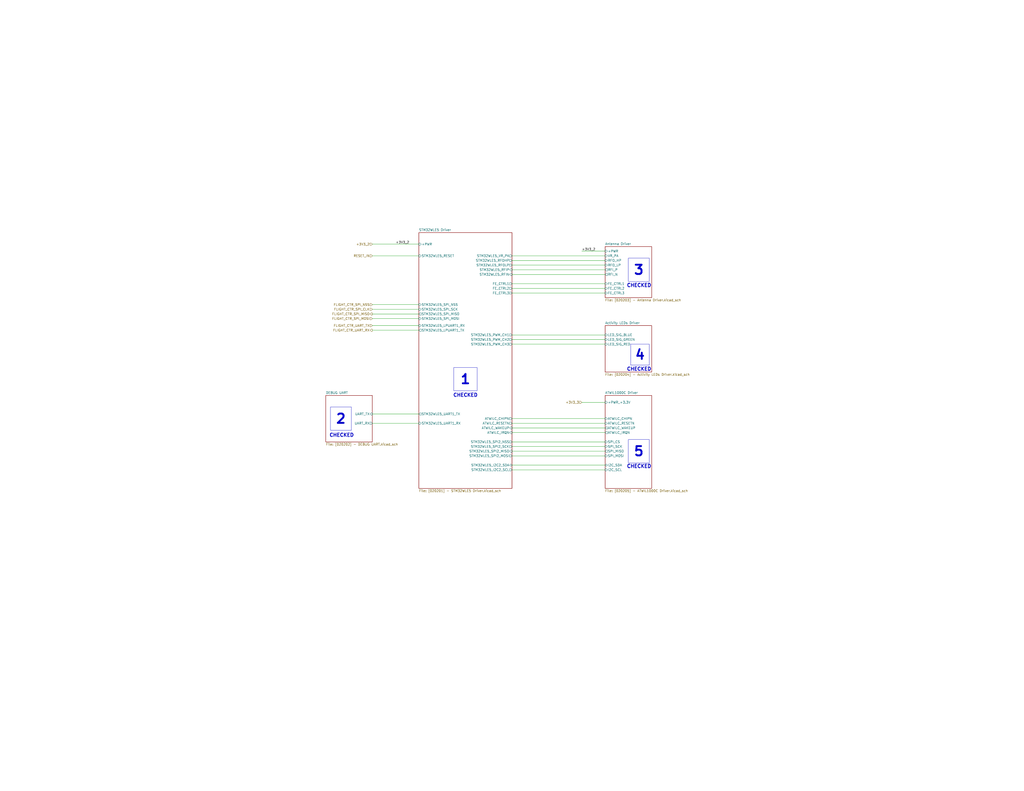
<source format=kicad_sch>
(kicad_sch
	(version 20231120)
	(generator "eeschema")
	(generator_version "8.0")
	(uuid "3cf1c0e5-d779-4fe9-9d0c-a80210814242")
	(paper "C")
	(title_block
		(title "_HW_Quadcopter")
		(date "2024-03-27")
		(rev "01")
		(company "Mend0z0")
		(comment 1 "01")
		(comment 2 "RELEASED")
		(comment 3 "Siavash Taher Parvar")
		(comment 8 "N/A")
		(comment 9 "First Version")
	)
	(lib_symbols)
	(wire
		(pts
			(xy 279.4 144.78) (xy 330.2 144.78)
		)
		(stroke
			(width 0)
			(type default)
		)
		(uuid "0437e5b5-065c-461d-95e0-def72dd6f2e0")
	)
	(wire
		(pts
			(xy 279.4 185.42) (xy 330.2 185.42)
		)
		(stroke
			(width 0)
			(type default)
		)
		(uuid "05b281cf-c0bf-4b77-b4a0-484cec33f2f0")
	)
	(wire
		(pts
			(xy 279.4 228.6) (xy 330.2 228.6)
		)
		(stroke
			(width 0)
			(type default)
		)
		(uuid "0f36309d-aa53-4611-a324-716bcb0703f0")
	)
	(wire
		(pts
			(xy 203.2 168.91) (xy 228.6 168.91)
		)
		(stroke
			(width 0)
			(type default)
		)
		(uuid "215dc510-0bd3-419b-8ad5-1d79b949cb60")
	)
	(wire
		(pts
			(xy 279.4 139.7) (xy 330.2 139.7)
		)
		(stroke
			(width 0)
			(type default)
		)
		(uuid "323ae656-3def-42c3-a3da-c9522125cf1c")
	)
	(wire
		(pts
			(xy 203.2 226.06) (xy 228.6 226.06)
		)
		(stroke
			(width 0)
			(type default)
		)
		(uuid "36efe615-8327-4b09-9c32-3edab583e3c8")
	)
	(wire
		(pts
			(xy 279.4 246.38) (xy 330.2 246.38)
		)
		(stroke
			(width 0)
			(type default)
		)
		(uuid "38f8605c-4870-496b-8124-10906b6a0ae3")
	)
	(wire
		(pts
			(xy 317.5 219.71) (xy 330.2 219.71)
		)
		(stroke
			(width 0)
			(type default)
		)
		(uuid "42cd84cc-9039-41da-9157-ce66d56a7ec9")
	)
	(wire
		(pts
			(xy 279.4 187.96) (xy 330.2 187.96)
		)
		(stroke
			(width 0)
			(type default)
		)
		(uuid "431ba283-1837-4963-a4b9-fae4b7f6f4a4")
	)
	(wire
		(pts
			(xy 279.4 147.32) (xy 330.2 147.32)
		)
		(stroke
			(width 0)
			(type default)
		)
		(uuid "491726a1-6d9c-41d8-a7f0-d6116966eaad")
	)
	(wire
		(pts
			(xy 203.2 231.14) (xy 228.6 231.14)
		)
		(stroke
			(width 0)
			(type default)
		)
		(uuid "63fc6385-974c-4161-be40-5acbab475882")
	)
	(wire
		(pts
			(xy 203.2 173.99) (xy 228.6 173.99)
		)
		(stroke
			(width 0)
			(type default)
		)
		(uuid "6d9954bc-5e3b-4783-a8cb-9bd7ecbda58b")
	)
	(wire
		(pts
			(xy 279.4 248.92) (xy 330.2 248.92)
		)
		(stroke
			(width 0)
			(type default)
		)
		(uuid "71e19aaf-08bc-4db5-91d2-5c7ae9ee5799")
	)
	(wire
		(pts
			(xy 317.5 137.16) (xy 330.2 137.16)
		)
		(stroke
			(width 0)
			(type default)
		)
		(uuid "7244c519-6d36-4a03-a5e5-48a55fb14612")
	)
	(wire
		(pts
			(xy 279.4 157.48) (xy 330.2 157.48)
		)
		(stroke
			(width 0)
			(type default)
		)
		(uuid "78399f21-d058-47e9-8da6-362191e6fb46")
	)
	(wire
		(pts
			(xy 279.4 154.94) (xy 330.2 154.94)
		)
		(stroke
			(width 0)
			(type default)
		)
		(uuid "7d71fcee-ced7-4446-88cf-02505c9b5320")
	)
	(wire
		(pts
			(xy 279.4 149.86) (xy 330.2 149.86)
		)
		(stroke
			(width 0)
			(type default)
		)
		(uuid "86564554-ed2b-40f0-9105-3566fd85ded2")
	)
	(wire
		(pts
			(xy 279.4 160.02) (xy 330.2 160.02)
		)
		(stroke
			(width 0)
			(type default)
		)
		(uuid "89f045c1-d43d-4818-85a7-3c1fa2721b38")
	)
	(wire
		(pts
			(xy 279.4 231.14) (xy 330.2 231.14)
		)
		(stroke
			(width 0)
			(type default)
		)
		(uuid "94dfbfbc-4a9c-4450-8fa3-781bed2e4856")
	)
	(wire
		(pts
			(xy 279.4 233.68) (xy 330.2 233.68)
		)
		(stroke
			(width 0)
			(type default)
		)
		(uuid "9bd43ae2-ee9c-493a-a9f6-4091f3772607")
	)
	(wire
		(pts
			(xy 279.4 241.3) (xy 330.2 241.3)
		)
		(stroke
			(width 0)
			(type default)
		)
		(uuid "a3573647-4e63-4019-b073-1b843795d20f")
	)
	(wire
		(pts
			(xy 279.4 254) (xy 330.2 254)
		)
		(stroke
			(width 0)
			(type default)
		)
		(uuid "a7ae3fc4-ffc8-44a2-9734-c0396b797e97")
	)
	(wire
		(pts
			(xy 203.2 166.37) (xy 228.6 166.37)
		)
		(stroke
			(width 0)
			(type default)
		)
		(uuid "a90beaa1-7050-447e-92a4-cf34d97ccadc")
	)
	(wire
		(pts
			(xy 279.4 236.22) (xy 330.2 236.22)
		)
		(stroke
			(width 0)
			(type default)
		)
		(uuid "aefa909e-be82-4a53-9e99-2da089171a89")
	)
	(wire
		(pts
			(xy 203.2 177.8) (xy 228.6 177.8)
		)
		(stroke
			(width 0)
			(type default)
		)
		(uuid "b2c5237c-cabf-4a69-9c29-944f6a03357d")
	)
	(wire
		(pts
			(xy 203.2 139.7) (xy 228.6 139.7)
		)
		(stroke
			(width 0)
			(type default)
		)
		(uuid "b74f997b-b80a-4f05-944e-5400f0085e4c")
	)
	(wire
		(pts
			(xy 279.4 142.24) (xy 330.2 142.24)
		)
		(stroke
			(width 0)
			(type default)
		)
		(uuid "bcb9b039-3f50-42d9-9bc5-7e18af83d7f3")
	)
	(wire
		(pts
			(xy 203.2 171.45) (xy 228.6 171.45)
		)
		(stroke
			(width 0)
			(type default)
		)
		(uuid "bf1acc5c-d8a2-4edb-b883-18919a55b65c")
	)
	(wire
		(pts
			(xy 203.2 133.35) (xy 228.6 133.35)
		)
		(stroke
			(width 0)
			(type default)
		)
		(uuid "c0e68c77-c829-4f1e-a119-d7c0306cda8d")
	)
	(wire
		(pts
			(xy 203.2 180.34) (xy 228.6 180.34)
		)
		(stroke
			(width 0)
			(type default)
		)
		(uuid "c331a715-5a18-41cf-b43a-e6a9fa9530d9")
	)
	(wire
		(pts
			(xy 279.4 182.88) (xy 330.2 182.88)
		)
		(stroke
			(width 0)
			(type default)
		)
		(uuid "efb340d9-f966-4337-92d0-a1a2c4cbffa9")
	)
	(wire
		(pts
			(xy 279.4 256.54) (xy 330.2 256.54)
		)
		(stroke
			(width 0)
			(type default)
		)
		(uuid "fa633397-b5ae-486a-964a-4e4fb50ec57f")
	)
	(wire
		(pts
			(xy 279.4 243.84) (xy 330.2 243.84)
		)
		(stroke
			(width 0)
			(type default)
		)
		(uuid "fcbb8cfd-cf1f-48f8-a496-e05e9b40dfd5")
	)
	(text_box "4"
		(exclude_from_sim no)
		(at 344.17 187.96 0)
		(size 10.16 11.43)
		(stroke
			(width 0)
			(type default)
		)
		(fill
			(type none)
		)
		(effects
			(font
				(size 5.08 5.08)
				(thickness 1.016)
				(bold yes)
			)
		)
		(uuid "23fbdca0-fbcb-4fe5-9dc6-6e551c36a8f1")
	)
	(text_box "3"
		(exclude_from_sim no)
		(at 342.9 140.97 0)
		(size 11.43 12.7)
		(stroke
			(width 0)
			(type default)
		)
		(fill
			(type none)
		)
		(effects
			(font
				(size 5.08 5.08)
				(thickness 1.016)
				(bold yes)
			)
		)
		(uuid "58e439b2-975d-4449-9ec1-90c6198d65bc")
	)
	(text_box "5"
		(exclude_from_sim no)
		(at 342.9 240.03 0)
		(size 11.43 12.7)
		(stroke
			(width 0)
			(type default)
		)
		(fill
			(type none)
		)
		(effects
			(font
				(size 5.08 5.08)
				(thickness 1.016)
				(bold yes)
			)
		)
		(uuid "8bdf5f56-1d0c-49b4-bac7-e743b447568a")
	)
	(text_box "1"
		(exclude_from_sim no)
		(at 247.65 200.66 0)
		(size 12.7 12.7)
		(stroke
			(width 0)
			(type default)
		)
		(fill
			(type none)
		)
		(effects
			(font
				(size 5.08 5.08)
				(thickness 1.016)
				(bold yes)
			)
		)
		(uuid "8e988d47-2ab2-478b-8853-785d643e344f")
	)
	(text_box "2"
		(exclude_from_sim no)
		(at 180.34 222.25 0)
		(size 11.43 12.7)
		(stroke
			(width 0)
			(type default)
		)
		(fill
			(type none)
		)
		(effects
			(font
				(size 5.08 5.08)
				(thickness 1.016)
				(bold yes)
			)
		)
		(uuid "94b0b9eb-db87-447f-949b-8de0a0257096")
	)
	(text "CHECKED"
		(exclude_from_sim no)
		(at 348.742 155.956 0)
		(effects
			(font
				(size 1.905 1.905)
				(thickness 0.381)
				(bold yes)
			)
		)
		(uuid "4cd2ac11-4353-456d-be10-e5350177bdd0")
	)
	(text "CHECKED"
		(exclude_from_sim no)
		(at 254 215.9 0)
		(effects
			(font
				(size 1.905 1.905)
				(thickness 0.381)
				(bold yes)
			)
		)
		(uuid "972f7611-c8fe-4e91-b6fd-d15470b15489")
	)
	(text "CHECKED"
		(exclude_from_sim no)
		(at 348.742 201.676 0)
		(effects
			(font
				(size 1.905 1.905)
				(thickness 0.381)
				(bold yes)
			)
		)
		(uuid "9a3b6b91-639f-4cfe-9409-3f81179baa20")
	)
	(text "CHECKED"
		(exclude_from_sim no)
		(at 348.742 254.762 0)
		(effects
			(font
				(size 1.905 1.905)
				(thickness 0.381)
				(bold yes)
			)
		)
		(uuid "ece2a28a-4f6a-4878-abea-b402685a337a")
	)
	(text "CHECKED"
		(exclude_from_sim no)
		(at 186.436 237.744 0)
		(effects
			(font
				(size 1.905 1.905)
				(thickness 0.381)
				(bold yes)
			)
		)
		(uuid "f0246362-0aa9-4bdd-aaa6-4cd62e362aa2")
	)
	(label "+3V3_2"
		(at 317.5 137.16 0)
		(fields_autoplaced yes)
		(effects
			(font
				(size 1.27 1.27)
			)
			(justify left bottom)
		)
		(uuid "a1b8e000-d0dd-4320-82d3-2d0a0ffc5a2c")
	)
	(label "+3V3_2"
		(at 215.9 133.35 0)
		(fields_autoplaced yes)
		(effects
			(font
				(size 1.27 1.27)
			)
			(justify left bottom)
		)
		(uuid "ac854552-c3d6-46c9-babb-739b56d20e51")
	)
	(hierarchical_label "FLIGHT_CTR_SPI_CLK"
		(shape input)
		(at 203.2 168.91 180)
		(fields_autoplaced yes)
		(effects
			(font
				(size 1.27 1.27)
			)
			(justify right)
		)
		(uuid "477ecedc-0dd9-4986-a530-c84d9bec4d0e")
	)
	(hierarchical_label "FLIGHT_CTR_SPI_MISO"
		(shape output)
		(at 203.2 171.45 180)
		(fields_autoplaced yes)
		(effects
			(font
				(size 1.27 1.27)
			)
			(justify right)
		)
		(uuid "700d67a0-3738-409e-b438-67b14a82d960")
	)
	(hierarchical_label "FLIGHT_CTR_SPI_NSS"
		(shape input)
		(at 203.2 166.37 180)
		(fields_autoplaced yes)
		(effects
			(font
				(size 1.27 1.27)
			)
			(justify right)
		)
		(uuid "a6a73c7b-dafe-4682-bde8-d26b4c250c45")
	)
	(hierarchical_label "+3V3_3"
		(shape input)
		(at 317.5 219.71 180)
		(fields_autoplaced yes)
		(effects
			(font
				(size 1.27 1.27)
			)
			(justify right)
		)
		(uuid "ad1bd182-7e12-48d4-8b5d-c31200aaddd5")
	)
	(hierarchical_label "FLIGHT_CTR_UART_RX"
		(shape output)
		(at 203.2 180.34 180)
		(fields_autoplaced yes)
		(effects
			(font
				(size 1.27 1.27)
			)
			(justify right)
		)
		(uuid "bf40e0e3-4b5a-46c7-8466-52bb1dc467ad")
	)
	(hierarchical_label "FLIGHT_CTR_UART_TX"
		(shape input)
		(at 203.2 177.8 180)
		(fields_autoplaced yes)
		(effects
			(font
				(size 1.27 1.27)
			)
			(justify right)
		)
		(uuid "c840b8b3-b9aa-4991-9ffe-3ec38b72b9d8")
	)
	(hierarchical_label "+3V3_2"
		(shape input)
		(at 203.2 133.35 180)
		(fields_autoplaced yes)
		(effects
			(font
				(size 1.27 1.27)
			)
			(justify right)
		)
		(uuid "d5a2f07e-ff5c-45e4-b5fe-d2690fe85eba")
	)
	(hierarchical_label "RESET_IN"
		(shape input)
		(at 203.2 139.7 180)
		(fields_autoplaced yes)
		(effects
			(font
				(size 1.27 1.27)
			)
			(justify right)
		)
		(uuid "e3952e47-6114-49f1-a568-ddea19a964b1")
	)
	(hierarchical_label "FLIGHT_CTR_SPI_MOSI"
		(shape input)
		(at 203.2 173.99 180)
		(fields_autoplaced yes)
		(effects
			(font
				(size 1.27 1.27)
			)
			(justify right)
		)
		(uuid "f1663ac8-8dc9-445d-ad90-3ca70a86e040")
	)
	(sheet
		(at 330.2 177.8)
		(size 25.4 25.4)
		(fields_autoplaced yes)
		(stroke
			(width 0.1524)
			(type solid)
		)
		(fill
			(color 0 0 0 0.0000)
		)
		(uuid "036f860c-85f7-4ad6-9942-a3edc088e744")
		(property "Sheetname" "Activity LEDs Driver"
			(at 330.2 177.0884 0)
			(effects
				(font
					(size 1.27 1.27)
				)
				(justify left bottom)
			)
		)
		(property "Sheetfile" "[020204] - Activity LEDs Driver.kicad_sch"
			(at 330.2 203.7846 0)
			(effects
				(font
					(size 1.27 1.27)
				)
				(justify left top)
			)
		)
		(pin "LED_SIG_GREEN" input
			(at 330.2 185.42 180)
			(effects
				(font
					(size 1.27 1.27)
				)
				(justify left)
			)
			(uuid "128c49f6-f671-4d6f-a3d8-781ceb227845")
		)
		(pin "LED_SIG_RED" input
			(at 330.2 187.96 180)
			(effects
				(font
					(size 1.27 1.27)
				)
				(justify left)
			)
			(uuid "c17f197a-bd58-441a-a2b7-2d9626f92fed")
		)
		(pin "LED_SIG_BLUE" input
			(at 330.2 182.88 180)
			(effects
				(font
					(size 1.27 1.27)
				)
				(justify left)
			)
			(uuid "a9720dfc-95a4-45e7-a7f7-ed8464acca5b")
		)
		(instances
			(project "_Sub_HW_Qcopter"
				(path "/b8703f06-b3da-4de2-b217-f104939b36e8/6184e84e-040e-4878-8152-76cf0b949e21/52ef12aa-708a-4c3e-bdcf-f4b54bf97795"
					(page "29")
				)
			)
		)
	)
	(sheet
		(at 177.8 215.9)
		(size 25.4 25.4)
		(fields_autoplaced yes)
		(stroke
			(width 0.1524)
			(type solid)
		)
		(fill
			(color 0 0 0 0.0000)
		)
		(uuid "28fb611e-9be9-40da-a4d5-7a0eb68011b2")
		(property "Sheetname" "DEBUG UART"
			(at 177.8 215.1884 0)
			(effects
				(font
					(size 1.27 1.27)
				)
				(justify left bottom)
			)
		)
		(property "Sheetfile" "[020202] - DEBUG UART.kicad_sch"
			(at 177.8 241.8846 0)
			(effects
				(font
					(size 1.27 1.27)
				)
				(justify left top)
			)
		)
		(pin "UART_TX" input
			(at 203.2 226.06 0)
			(effects
				(font
					(size 1.27 1.27)
				)
				(justify right)
			)
			(uuid "dc2e2781-8533-4752-a881-3755b1d7aef0")
		)
		(pin "UART_RX" output
			(at 203.2 231.14 0)
			(effects
				(font
					(size 1.27 1.27)
				)
				(justify right)
			)
			(uuid "08ca84fd-d16e-4d1d-b7bf-efa03c49642b")
		)
		(instances
			(project "_Sub_HW_Qcopter"
				(path "/b8703f06-b3da-4de2-b217-f104939b36e8/6184e84e-040e-4878-8152-76cf0b949e21/52ef12aa-708a-4c3e-bdcf-f4b54bf97795"
					(page "27")
				)
			)
		)
	)
	(sheet
		(at 330.2 134.62)
		(size 25.4 27.94)
		(fields_autoplaced yes)
		(stroke
			(width 0.1524)
			(type solid)
		)
		(fill
			(color 0 0 0 0.0000)
		)
		(uuid "2faab146-56a0-4161-9bf2-36499f684d79")
		(property "Sheetname" "Antenna Driver"
			(at 330.2 133.9084 0)
			(effects
				(font
					(size 1.27 1.27)
				)
				(justify left bottom)
			)
		)
		(property "Sheetfile" "[020203] - Antenna Driver.kicad_sch"
			(at 330.2 163.1446 0)
			(effects
				(font
					(size 1.27 1.27)
				)
				(justify left top)
			)
		)
		(pin "VR_PA" input
			(at 330.2 139.7 180)
			(effects
				(font
					(size 1.27 1.27)
				)
				(justify left)
			)
			(uuid "ff07aa5d-3ce5-4a17-bbc5-d50129a80f2f")
		)
		(pin "FE_CTRL2" input
			(at 330.2 157.48 180)
			(effects
				(font
					(size 1.27 1.27)
				)
				(justify left)
			)
			(uuid "00824c7f-913d-4171-aff6-b26652edda35")
		)
		(pin "FE_CTRL3" input
			(at 330.2 160.02 180)
			(effects
				(font
					(size 1.27 1.27)
				)
				(justify left)
			)
			(uuid "a0114957-15fe-478b-bd25-f8ad02736eb5")
		)
		(pin "FE_CTRL1" input
			(at 330.2 154.94 180)
			(effects
				(font
					(size 1.27 1.27)
				)
				(justify left)
			)
			(uuid "3fc12350-44e8-49a7-9f2b-af88b1df3fdd")
		)
		(pin "+PWR" input
			(at 330.2 137.16 180)
			(effects
				(font
					(size 1.27 1.27)
				)
				(justify left)
			)
			(uuid "c86af44c-5af7-4df0-8d0f-3651d0495651")
		)
		(pin "RFO_HP" input
			(at 330.2 142.24 180)
			(effects
				(font
					(size 1.27 1.27)
				)
				(justify left)
			)
			(uuid "1a43460c-9ea2-4b52-9efa-a94661c425a9")
		)
		(pin "RFI_P" output
			(at 330.2 147.32 180)
			(effects
				(font
					(size 1.27 1.27)
				)
				(justify left)
			)
			(uuid "c7c23a5f-796c-4c24-9c59-0026fa05f233")
		)
		(pin "RFO_LP" input
			(at 330.2 144.78 180)
			(effects
				(font
					(size 1.27 1.27)
				)
				(justify left)
			)
			(uuid "63dcb2e2-cc01-4aa4-9778-61ccd9dc0659")
		)
		(pin "RFI_N" output
			(at 330.2 149.86 180)
			(effects
				(font
					(size 1.27 1.27)
				)
				(justify left)
			)
			(uuid "6f205548-5a49-4f84-9e0b-37277c1aa164")
		)
		(instances
			(project "_Sub_HW_Qcopter"
				(path "/b8703f06-b3da-4de2-b217-f104939b36e8/6184e84e-040e-4878-8152-76cf0b949e21/52ef12aa-708a-4c3e-bdcf-f4b54bf97795"
					(page "28")
				)
			)
		)
	)
	(sheet
		(at 330.2 215.9)
		(size 25.4 50.8)
		(fields_autoplaced yes)
		(stroke
			(width 0.1524)
			(type solid)
		)
		(fill
			(color 0 0 0 0.0000)
		)
		(uuid "572dcb6a-579b-4867-89b1-35ab8a6f8fad")
		(property "Sheetname" "ATWIL1000C Driver"
			(at 330.2 215.1884 0)
			(effects
				(font
					(size 1.27 1.27)
				)
				(justify left bottom)
			)
		)
		(property "Sheetfile" "[020205] - ATWIL1000C Driver.kicad_sch"
			(at 330.2 267.2846 0)
			(effects
				(font
					(size 1.27 1.27)
				)
				(justify left top)
			)
		)
		(pin "ATWILC_IRQN" output
			(at 330.2 236.22 180)
			(effects
				(font
					(size 1.27 1.27)
				)
				(justify left)
			)
			(uuid "eb4f04a2-ef88-4b92-aa78-db3efdbdbdbc")
		)
		(pin "ATWILC_WAKEUP" output
			(at 330.2 233.68 180)
			(effects
				(font
					(size 1.27 1.27)
				)
				(justify left)
			)
			(uuid "e927032b-6fde-45e1-9f78-501f2ff9885e")
		)
		(pin "I2C_SCL" input
			(at 330.2 256.54 180)
			(effects
				(font
					(size 1.27 1.27)
				)
				(justify left)
			)
			(uuid "a46481e5-20f0-47ca-a111-1e1478bda0cd")
		)
		(pin "I2C_SDA" bidirectional
			(at 330.2 254 180)
			(effects
				(font
					(size 1.27 1.27)
				)
				(justify left)
			)
			(uuid "25837e61-a238-4fce-96e4-6cfcaf787b1a")
		)
		(pin "SPI_MISO" output
			(at 330.2 246.38 180)
			(effects
				(font
					(size 1.27 1.27)
				)
				(justify left)
			)
			(uuid "3dfd73d0-1cec-4a38-87bb-e345007e270d")
		)
		(pin "SPI_MOSI" input
			(at 330.2 248.92 180)
			(effects
				(font
					(size 1.27 1.27)
				)
				(justify left)
			)
			(uuid "58907826-23b1-47ce-b07b-a04b885dccce")
		)
		(pin "SPI_CS" input
			(at 330.2 241.3 180)
			(effects
				(font
					(size 1.27 1.27)
				)
				(justify left)
			)
			(uuid "5122b9e9-238d-4338-8706-3f77982d0b56")
		)
		(pin "SPI_SCK" input
			(at 330.2 243.84 180)
			(effects
				(font
					(size 1.27 1.27)
				)
				(justify left)
			)
			(uuid "cf64f795-96ee-475d-a78b-8eefc94f8c50")
		)
		(pin "ATWILC_RESETN" input
			(at 330.2 231.14 180)
			(effects
				(font
					(size 1.27 1.27)
				)
				(justify left)
			)
			(uuid "47ba7089-0e7f-4b2f-97e2-4cdc41e4e274")
		)
		(pin "ATWILC_CHIPN" input
			(at 330.2 228.6 180)
			(effects
				(font
					(size 1.27 1.27)
				)
				(justify left)
			)
			(uuid "cb16d278-e1c6-4c82-8c14-b9839fd2fb23")
		)
		(pin "+PWR_+3.3V" input
			(at 330.2 219.71 180)
			(effects
				(font
					(size 1.27 1.27)
				)
				(justify left)
			)
			(uuid "42f565ec-7fd3-4b2b-8f8e-aae670d303ac")
		)
		(instances
			(project "_Sub_HW_Qcopter"
				(path "/b8703f06-b3da-4de2-b217-f104939b36e8/6184e84e-040e-4878-8152-76cf0b949e21/52ef12aa-708a-4c3e-bdcf-f4b54bf97795"
					(page "30")
				)
			)
		)
	)
	(sheet
		(at 228.6 127)
		(size 50.8 139.7)
		(fields_autoplaced yes)
		(stroke
			(width 0.1524)
			(type solid)
		)
		(fill
			(color 0 0 0 0.0000)
		)
		(uuid "ed29e548-608f-4c6d-baf5-be9a7e3f9a1c")
		(property "Sheetname" "STM32WLE5 Driver"
			(at 228.6 126.2884 0)
			(effects
				(font
					(size 1.27 1.27)
				)
				(justify left bottom)
			)
		)
		(property "Sheetfile" "[020201] - STM32WLE5 Driver.kicad_sch"
			(at 228.6 267.2846 0)
			(effects
				(font
					(size 1.27 1.27)
				)
				(justify left top)
			)
		)
		(pin "+PWR" input
			(at 228.6 133.35 180)
			(effects
				(font
					(size 1.27 1.27)
				)
				(justify left)
			)
			(uuid "302c204f-3b1c-4b5a-aea3-c9ee8d81e30e")
		)
		(pin "STM32WLE5_UART1_RX" input
			(at 228.6 231.14 180)
			(effects
				(font
					(size 1.27 1.27)
				)
				(justify left)
			)
			(uuid "3d17cdc4-20c1-483f-a0dc-f1193584554b")
		)
		(pin "STM32WLE5_UART1_TX" output
			(at 228.6 226.06 180)
			(effects
				(font
					(size 1.27 1.27)
				)
				(justify left)
			)
			(uuid "ce153282-9a5b-4dca-bdc4-9d9496ebbb61")
		)
		(pin "STM32WLE5_SPI_SCK" input
			(at 228.6 168.91 180)
			(effects
				(font
					(size 1.27 1.27)
				)
				(justify left)
			)
			(uuid "5c97347b-1855-48d1-8ec7-3a8537a7bb9d")
		)
		(pin "STM32WLE5_SPI_MISO" output
			(at 228.6 171.45 180)
			(effects
				(font
					(size 1.27 1.27)
				)
				(justify left)
			)
			(uuid "13f99f95-d13c-40e9-bceb-5fbbc9811e65")
		)
		(pin "STM32WLE5_SPI_MOSI" input
			(at 228.6 173.99 180)
			(effects
				(font
					(size 1.27 1.27)
				)
				(justify left)
			)
			(uuid "d807619c-d27e-491d-bda9-bdd206173798")
		)
		(pin "STM32WLE5_PWM_CH3" output
			(at 279.4 187.96 0)
			(effects
				(font
					(size 1.27 1.27)
				)
				(justify right)
			)
			(uuid "6fb18955-edf7-4f75-953f-0ef894ef9a3b")
		)
		(pin "STM32WLE5_LPUART1_TX" output
			(at 228.6 180.34 180)
			(effects
				(font
					(size 1.27 1.27)
				)
				(justify left)
			)
			(uuid "0cfa3e3e-b383-4dad-8c46-ffa4c795bde9")
		)
		(pin "STM32WLE5_LPUART1_RX" input
			(at 228.6 177.8 180)
			(effects
				(font
					(size 1.27 1.27)
				)
				(justify left)
			)
			(uuid "207916f9-f7d0-4149-869d-c433c0214f77")
		)
		(pin "STM32WLE5_SPI_NSS" input
			(at 228.6 166.37 180)
			(effects
				(font
					(size 1.27 1.27)
				)
				(justify left)
			)
			(uuid "ea3569d0-053c-420d-b3d9-1fcef15371d6")
		)
		(pin "STM32WLE5_PWM_CH1" output
			(at 279.4 182.88 0)
			(effects
				(font
					(size 1.27 1.27)
				)
				(justify right)
			)
			(uuid "0979fc11-bf2b-4ae4-867e-00bef534caaa")
		)
		(pin "STM32WLE5_PWM_CH2" output
			(at 279.4 185.42 0)
			(effects
				(font
					(size 1.27 1.27)
				)
				(justify right)
			)
			(uuid "44f041dd-8847-40d9-b09a-fcbec1515190")
		)
		(pin "STM32WLE5_SPI2_NSS" output
			(at 279.4 241.3 0)
			(effects
				(font
					(size 1.27 1.27)
				)
				(justify right)
			)
			(uuid "05ce10a9-5204-46bd-8210-24ad0b4ecfdd")
		)
		(pin "STM32WLE5_SPI2_SCK" output
			(at 279.4 243.84 0)
			(effects
				(font
					(size 1.27 1.27)
				)
				(justify right)
			)
			(uuid "a0860f6c-420b-4139-b0df-808df9b8a99f")
		)
		(pin "STM32WLE5_I2C2_SDA" bidirectional
			(at 279.4 254 0)
			(effects
				(font
					(size 1.27 1.27)
				)
				(justify right)
			)
			(uuid "2d865caf-acf0-4a73-8fe8-d60dda602ed5")
		)
		(pin "STM32WLE5_SPI2_MOSI" output
			(at 279.4 248.92 0)
			(effects
				(font
					(size 1.27 1.27)
				)
				(justify right)
			)
			(uuid "9f1631a7-10e2-4191-929c-7ff168801c9b")
		)
		(pin "STM32WLE5_I2C2_SCL" output
			(at 279.4 256.54 0)
			(effects
				(font
					(size 1.27 1.27)
				)
				(justify right)
			)
			(uuid "6b3b4b8c-3c9c-42f6-a392-5ceb05799a08")
		)
		(pin "STM32WLE5_SPI2_MISO" input
			(at 279.4 246.38 0)
			(effects
				(font
					(size 1.27 1.27)
				)
				(justify right)
			)
			(uuid "48cbebdd-4d26-494d-9e2b-04794b6e64a1")
		)
		(pin "ATWILC_IRQN" input
			(at 279.4 236.22 0)
			(effects
				(font
					(size 1.27 1.27)
				)
				(justify right)
			)
			(uuid "f6c044a7-2a85-4bc6-9c79-1fa65a004ea4")
		)
		(pin "ATWILC_WAKEUP" input
			(at 279.4 233.68 0)
			(effects
				(font
					(size 1.27 1.27)
				)
				(justify right)
			)
			(uuid "dda45a6e-8a93-4b3c-b5fc-9e8b7b519506")
		)
		(pin "ATWILC_RESETN" output
			(at 279.4 231.14 0)
			(effects
				(font
					(size 1.27 1.27)
				)
				(justify right)
			)
			(uuid "2b4aec47-dd2f-43f1-8257-5093a2e11b09")
		)
		(pin "ATWILC_CHIPN" output
			(at 279.4 228.6 0)
			(effects
				(font
					(size 1.27 1.27)
				)
				(justify right)
			)
			(uuid "86660906-fe2d-4d64-a169-9b73ab29b3e6")
		)
		(pin "FE_CTRL1" output
			(at 279.4 154.94 0)
			(effects
				(font
					(size 1.27 1.27)
				)
				(justify right)
			)
			(uuid "bc330e67-3e79-4e18-9320-2214c9965a79")
		)
		(pin "FE_CTRL3" output
			(at 279.4 160.02 0)
			(effects
				(font
					(size 1.27 1.27)
				)
				(justify right)
			)
			(uuid "39449d2c-e062-4f4c-846e-ee7f20281d81")
		)
		(pin "FE_CTRL2" output
			(at 279.4 157.48 0)
			(effects
				(font
					(size 1.27 1.27)
				)
				(justify right)
			)
			(uuid "f655c5f8-0f4d-4a46-b063-6b7a46ec08a4")
		)
		(pin "STM32WLE5_RESET" input
			(at 228.6 139.7 180)
			(effects
				(font
					(size 1.27 1.27)
				)
				(justify left)
			)
			(uuid "69c95ac5-9903-43e1-bb89-8d381631232a")
		)
		(pin "STM32WLE5_VR_PA" output
			(at 279.4 139.7 0)
			(effects
				(font
					(size 1.27 1.27)
				)
				(justify right)
			)
			(uuid "2dfc7a93-d9ce-465e-b33c-645babaeeaa5")
		)
		(pin "STM32WLE5_RFOHP" output
			(at 279.4 142.24 0)
			(effects
				(font
					(size 1.27 1.27)
				)
				(justify right)
			)
			(uuid "edd2250c-75b2-4e4c-ace5-446d66e2a9f1")
		)
		(pin "STM32WLE5_RFOLP" output
			(at 279.4 144.78 0)
			(effects
				(font
					(size 1.27 1.27)
				)
				(justify right)
			)
			(uuid "b0561122-89ec-41c5-b085-f916e3f01b4a")
		)
		(pin "STM32WLE5_RFIP" input
			(at 279.4 147.32 0)
			(effects
				(font
					(size 1.27 1.27)
				)
				(justify right)
			)
			(uuid "d73ad741-d751-4bf7-a9e2-eae6d4245c1b")
		)
		(pin "STM32WLE5_RFIN" input
			(at 279.4 149.86 0)
			(effects
				(font
					(size 1.27 1.27)
				)
				(justify right)
			)
			(uuid "c3c6bc5e-a7a2-4d8d-b126-7b12205f27aa")
		)
		(instances
			(project "_Sub_HW_Qcopter"
				(path "/b8703f06-b3da-4de2-b217-f104939b36e8/6184e84e-040e-4878-8152-76cf0b949e21/52ef12aa-708a-4c3e-bdcf-f4b54bf97795"
					(page "26")
				)
			)
		)
	)
)
</source>
